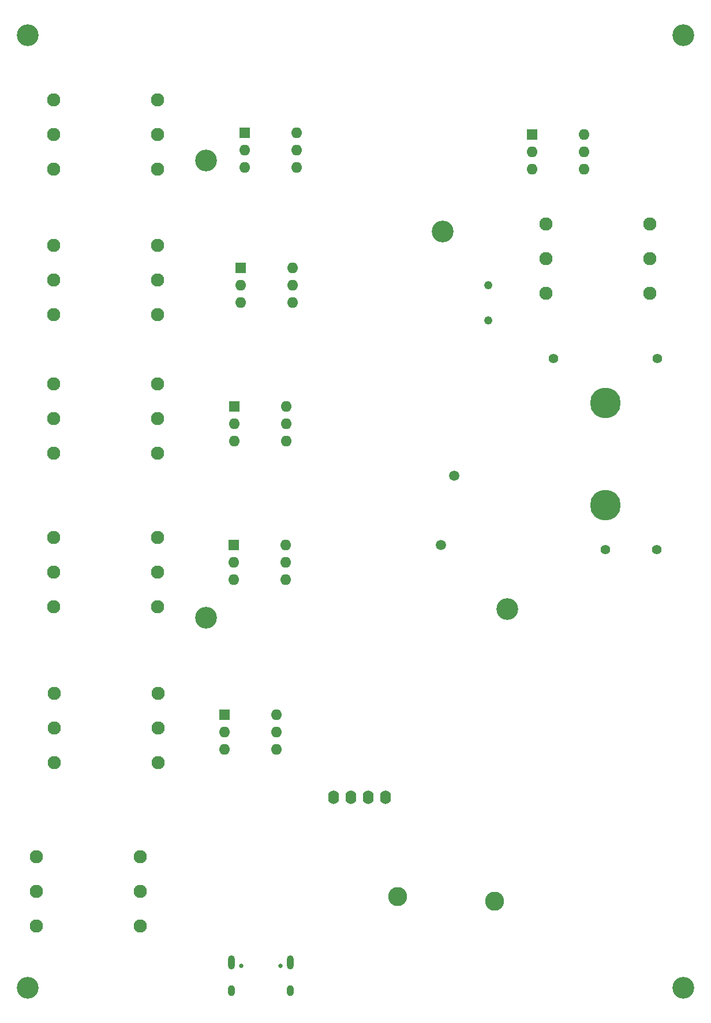
<source format=gbr>
%TF.GenerationSoftware,KiCad,Pcbnew,(6.0.5)*%
%TF.CreationDate,2022-06-11T16:02:27+01:00*%
%TF.ProjectId,heating-controller-esp32,68656174-696e-4672-9d63-6f6e74726f6c,rev?*%
%TF.SameCoordinates,Original*%
%TF.FileFunction,Soldermask,Bot*%
%TF.FilePolarity,Negative*%
%FSLAX46Y46*%
G04 Gerber Fmt 4.6, Leading zero omitted, Abs format (unit mm)*
G04 Created by KiCad (PCBNEW (6.0.5)) date 2022-06-11 16:02:27*
%MOMM*%
%LPD*%
G01*
G04 APERTURE LIST*
%ADD10C,3.200000*%
%ADD11C,1.950000*%
%ADD12C,1.400000*%
%ADD13C,4.500000*%
%ADD14C,2.800000*%
%ADD15O,1.600000X2.000000*%
%ADD16R,1.600000X1.600000*%
%ADD17O,1.600000X1.600000*%
%ADD18O,1.000000X2.100000*%
%ADD19O,1.000000X1.600000*%
%ADD20C,0.650000*%
%ADD21C,1.217000*%
%ADD22C,1.515000*%
G04 APERTURE END LIST*
D10*
%TO.C,H8*%
X74295000Y-60579000D03*
%TD*%
%TO.C,H7*%
X39624000Y-117221000D03*
%TD*%
%TO.C,H6*%
X83820000Y-115951000D03*
%TD*%
%TO.C,H5*%
X39624000Y-50165000D03*
%TD*%
%TO.C,H4*%
X109601000Y-31750000D03*
%TD*%
%TO.C,H3*%
X109601000Y-171450000D03*
%TD*%
%TO.C,H2*%
X13462000Y-171450000D03*
%TD*%
%TO.C,H1*%
X13462000Y-31750000D03*
%TD*%
D11*
%TO.C,J9*%
X17222000Y-41275000D03*
X32462000Y-41275000D03*
X17222000Y-46355000D03*
X32462000Y-46355000D03*
X17222000Y-51435000D03*
X32462000Y-51435000D03*
%TD*%
%TO.C,J8*%
X17349000Y-128270000D03*
X32589000Y-128270000D03*
X17349000Y-133350000D03*
X32589000Y-133350000D03*
X17349000Y-138430000D03*
X32589000Y-138430000D03*
%TD*%
%TO.C,J7*%
X17222000Y-105410000D03*
X32462000Y-105410000D03*
X17222000Y-110490000D03*
X32462000Y-110490000D03*
X17222000Y-115570000D03*
X32462000Y-115570000D03*
%TD*%
%TO.C,J6*%
X17222000Y-82931000D03*
X32462000Y-82931000D03*
X17222000Y-88011000D03*
X32462000Y-88011000D03*
X17222000Y-93091000D03*
X32462000Y-93091000D03*
%TD*%
%TO.C,J5*%
X17222000Y-62611000D03*
X32462000Y-62611000D03*
X17222000Y-67691000D03*
X32462000Y-67691000D03*
X17222000Y-72771000D03*
X32462000Y-72771000D03*
%TD*%
%TO.C,J4*%
X104698000Y-69596000D03*
X89458000Y-69596000D03*
X104698000Y-64516000D03*
X89458000Y-64516000D03*
X104698000Y-59436000D03*
X89458000Y-59436000D03*
%TD*%
%TO.C,J3*%
X29972000Y-162433000D03*
X14732000Y-162433000D03*
X29972000Y-157353000D03*
X14732000Y-157353000D03*
X29972000Y-152273000D03*
X14732000Y-152273000D03*
%TD*%
D12*
%TO.C,PS1*%
X98151000Y-107197000D03*
X105751000Y-107197000D03*
X105771000Y-79197000D03*
X90571000Y-79197000D03*
D13*
X98171000Y-100697000D03*
X98171000Y-85697000D03*
%TD*%
D14*
%TO.C,TP2*%
X67691000Y-158115000D03*
%TD*%
%TO.C,TP1*%
X81915000Y-158750000D03*
%TD*%
D15*
%TO.C,Brd1*%
X60850000Y-143498000D03*
X58310000Y-143498000D03*
X63390000Y-143498000D03*
X65930000Y-143498000D03*
%TD*%
D16*
%TO.C,U9*%
X45255000Y-46100000D03*
D17*
X45255000Y-48640000D03*
X45255000Y-51180000D03*
X52875000Y-51180000D03*
X52875000Y-48640000D03*
X52875000Y-46100000D03*
%TD*%
D18*
%TO.C,J11*%
X43305000Y-167737000D03*
D19*
X43305000Y-171917000D03*
X51945000Y-171917000D03*
D18*
X51945000Y-167737000D03*
D20*
X50515000Y-168267000D03*
X44735000Y-168267000D03*
%TD*%
D21*
%TO.C,F2*%
X81026000Y-68443000D03*
X81026000Y-73543000D03*
%TD*%
D16*
%TO.C,U4*%
X44664000Y-65913000D03*
D17*
X44664000Y-68453000D03*
X44664000Y-70993000D03*
X52284000Y-70993000D03*
X52284000Y-68453000D03*
X52284000Y-65913000D03*
%TD*%
D16*
%TO.C,U7*%
X43683000Y-106552000D03*
D17*
X43683000Y-109092000D03*
X43683000Y-111632000D03*
X51303000Y-111632000D03*
X51303000Y-109092000D03*
X51303000Y-106552000D03*
%TD*%
D22*
%TO.C,F1*%
X74041000Y-106553000D03*
X76041000Y-96393000D03*
%TD*%
D16*
%TO.C,U10*%
X87463000Y-46355000D03*
D17*
X87463000Y-48895000D03*
X87463000Y-51435000D03*
X95083000Y-51435000D03*
X95083000Y-48895000D03*
X95083000Y-46355000D03*
%TD*%
D16*
%TO.C,U8*%
X42334000Y-131444000D03*
D17*
X42334000Y-133984000D03*
X42334000Y-136524000D03*
X49954000Y-136524000D03*
X49954000Y-133984000D03*
X49954000Y-131444000D03*
%TD*%
D16*
%TO.C,U6*%
X43784000Y-86233000D03*
D17*
X43784000Y-88773000D03*
X43784000Y-91313000D03*
X51404000Y-91313000D03*
X51404000Y-88773000D03*
X51404000Y-86233000D03*
%TD*%
M02*

</source>
